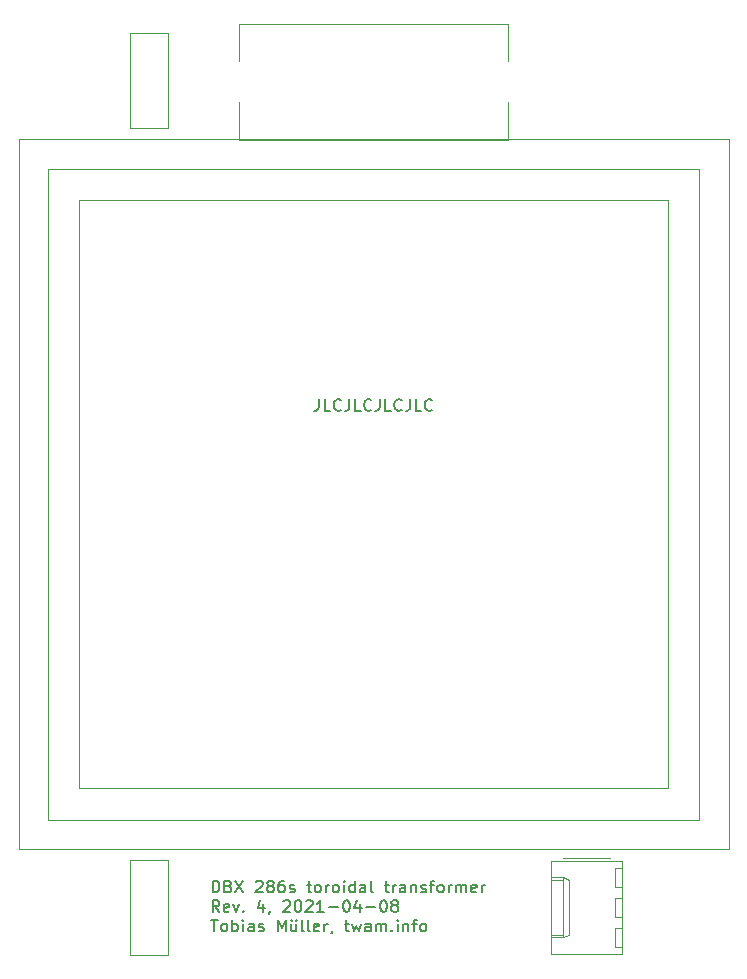
<source format=gbr>
%TF.GenerationSoftware,KiCad,Pcbnew,(5.1.9-0-10_14)*%
%TF.CreationDate,2021-04-08T14:44:04+02:00*%
%TF.ProjectId,Transformer-DBX286s,5472616e-7366-46f7-926d-65722d444258,rev?*%
%TF.SameCoordinates,Original*%
%TF.FileFunction,Legend,Top*%
%TF.FilePolarity,Positive*%
%FSLAX46Y46*%
G04 Gerber Fmt 4.6, Leading zero omitted, Abs format (unit mm)*
G04 Created by KiCad (PCBNEW (5.1.9-0-10_14)) date 2021-04-08 14:44:04*
%MOMM*%
%LPD*%
G01*
G04 APERTURE LIST*
%ADD10C,0.150000*%
%ADD11C,0.120000*%
G04 APERTURE END LIST*
D10*
X136365595Y-133727380D02*
X136365595Y-132727380D01*
X136603690Y-132727380D01*
X136746547Y-132775000D01*
X136841785Y-132870238D01*
X136889404Y-132965476D01*
X136937023Y-133155952D01*
X136937023Y-133298809D01*
X136889404Y-133489285D01*
X136841785Y-133584523D01*
X136746547Y-133679761D01*
X136603690Y-133727380D01*
X136365595Y-133727380D01*
X137698928Y-133203571D02*
X137841785Y-133251190D01*
X137889404Y-133298809D01*
X137937023Y-133394047D01*
X137937023Y-133536904D01*
X137889404Y-133632142D01*
X137841785Y-133679761D01*
X137746547Y-133727380D01*
X137365595Y-133727380D01*
X137365595Y-132727380D01*
X137698928Y-132727380D01*
X137794166Y-132775000D01*
X137841785Y-132822619D01*
X137889404Y-132917857D01*
X137889404Y-133013095D01*
X137841785Y-133108333D01*
X137794166Y-133155952D01*
X137698928Y-133203571D01*
X137365595Y-133203571D01*
X138270357Y-132727380D02*
X138937023Y-133727380D01*
X138937023Y-132727380D02*
X138270357Y-133727380D01*
X140032261Y-132822619D02*
X140079880Y-132775000D01*
X140175119Y-132727380D01*
X140413214Y-132727380D01*
X140508452Y-132775000D01*
X140556071Y-132822619D01*
X140603690Y-132917857D01*
X140603690Y-133013095D01*
X140556071Y-133155952D01*
X139984642Y-133727380D01*
X140603690Y-133727380D01*
X141175119Y-133155952D02*
X141079880Y-133108333D01*
X141032261Y-133060714D01*
X140984642Y-132965476D01*
X140984642Y-132917857D01*
X141032261Y-132822619D01*
X141079880Y-132775000D01*
X141175119Y-132727380D01*
X141365595Y-132727380D01*
X141460833Y-132775000D01*
X141508452Y-132822619D01*
X141556071Y-132917857D01*
X141556071Y-132965476D01*
X141508452Y-133060714D01*
X141460833Y-133108333D01*
X141365595Y-133155952D01*
X141175119Y-133155952D01*
X141079880Y-133203571D01*
X141032261Y-133251190D01*
X140984642Y-133346428D01*
X140984642Y-133536904D01*
X141032261Y-133632142D01*
X141079880Y-133679761D01*
X141175119Y-133727380D01*
X141365595Y-133727380D01*
X141460833Y-133679761D01*
X141508452Y-133632142D01*
X141556071Y-133536904D01*
X141556071Y-133346428D01*
X141508452Y-133251190D01*
X141460833Y-133203571D01*
X141365595Y-133155952D01*
X142413214Y-132727380D02*
X142222738Y-132727380D01*
X142127500Y-132775000D01*
X142079880Y-132822619D01*
X141984642Y-132965476D01*
X141937023Y-133155952D01*
X141937023Y-133536904D01*
X141984642Y-133632142D01*
X142032261Y-133679761D01*
X142127500Y-133727380D01*
X142317976Y-133727380D01*
X142413214Y-133679761D01*
X142460833Y-133632142D01*
X142508452Y-133536904D01*
X142508452Y-133298809D01*
X142460833Y-133203571D01*
X142413214Y-133155952D01*
X142317976Y-133108333D01*
X142127500Y-133108333D01*
X142032261Y-133155952D01*
X141984642Y-133203571D01*
X141937023Y-133298809D01*
X142889404Y-133679761D02*
X142984642Y-133727380D01*
X143175119Y-133727380D01*
X143270357Y-133679761D01*
X143317976Y-133584523D01*
X143317976Y-133536904D01*
X143270357Y-133441666D01*
X143175119Y-133394047D01*
X143032261Y-133394047D01*
X142937023Y-133346428D01*
X142889404Y-133251190D01*
X142889404Y-133203571D01*
X142937023Y-133108333D01*
X143032261Y-133060714D01*
X143175119Y-133060714D01*
X143270357Y-133108333D01*
X144365595Y-133060714D02*
X144746547Y-133060714D01*
X144508452Y-132727380D02*
X144508452Y-133584523D01*
X144556071Y-133679761D01*
X144651309Y-133727380D01*
X144746547Y-133727380D01*
X145222738Y-133727380D02*
X145127500Y-133679761D01*
X145079880Y-133632142D01*
X145032261Y-133536904D01*
X145032261Y-133251190D01*
X145079880Y-133155952D01*
X145127500Y-133108333D01*
X145222738Y-133060714D01*
X145365595Y-133060714D01*
X145460833Y-133108333D01*
X145508452Y-133155952D01*
X145556071Y-133251190D01*
X145556071Y-133536904D01*
X145508452Y-133632142D01*
X145460833Y-133679761D01*
X145365595Y-133727380D01*
X145222738Y-133727380D01*
X145984642Y-133727380D02*
X145984642Y-133060714D01*
X145984642Y-133251190D02*
X146032261Y-133155952D01*
X146079880Y-133108333D01*
X146175119Y-133060714D01*
X146270357Y-133060714D01*
X146746547Y-133727380D02*
X146651309Y-133679761D01*
X146603690Y-133632142D01*
X146556071Y-133536904D01*
X146556071Y-133251190D01*
X146603690Y-133155952D01*
X146651309Y-133108333D01*
X146746547Y-133060714D01*
X146889404Y-133060714D01*
X146984642Y-133108333D01*
X147032261Y-133155952D01*
X147079880Y-133251190D01*
X147079880Y-133536904D01*
X147032261Y-133632142D01*
X146984642Y-133679761D01*
X146889404Y-133727380D01*
X146746547Y-133727380D01*
X147508452Y-133727380D02*
X147508452Y-133060714D01*
X147508452Y-132727380D02*
X147460833Y-132775000D01*
X147508452Y-132822619D01*
X147556071Y-132775000D01*
X147508452Y-132727380D01*
X147508452Y-132822619D01*
X148413214Y-133727380D02*
X148413214Y-132727380D01*
X148413214Y-133679761D02*
X148317976Y-133727380D01*
X148127500Y-133727380D01*
X148032261Y-133679761D01*
X147984642Y-133632142D01*
X147937023Y-133536904D01*
X147937023Y-133251190D01*
X147984642Y-133155952D01*
X148032261Y-133108333D01*
X148127500Y-133060714D01*
X148317976Y-133060714D01*
X148413214Y-133108333D01*
X149317976Y-133727380D02*
X149317976Y-133203571D01*
X149270357Y-133108333D01*
X149175119Y-133060714D01*
X148984642Y-133060714D01*
X148889404Y-133108333D01*
X149317976Y-133679761D02*
X149222738Y-133727380D01*
X148984642Y-133727380D01*
X148889404Y-133679761D01*
X148841785Y-133584523D01*
X148841785Y-133489285D01*
X148889404Y-133394047D01*
X148984642Y-133346428D01*
X149222738Y-133346428D01*
X149317976Y-133298809D01*
X149937023Y-133727380D02*
X149841785Y-133679761D01*
X149794166Y-133584523D01*
X149794166Y-132727380D01*
X150937023Y-133060714D02*
X151317976Y-133060714D01*
X151079880Y-132727380D02*
X151079880Y-133584523D01*
X151127500Y-133679761D01*
X151222738Y-133727380D01*
X151317976Y-133727380D01*
X151651309Y-133727380D02*
X151651309Y-133060714D01*
X151651309Y-133251190D02*
X151698928Y-133155952D01*
X151746547Y-133108333D01*
X151841785Y-133060714D01*
X151937023Y-133060714D01*
X152698928Y-133727380D02*
X152698928Y-133203571D01*
X152651309Y-133108333D01*
X152556071Y-133060714D01*
X152365595Y-133060714D01*
X152270357Y-133108333D01*
X152698928Y-133679761D02*
X152603690Y-133727380D01*
X152365595Y-133727380D01*
X152270357Y-133679761D01*
X152222738Y-133584523D01*
X152222738Y-133489285D01*
X152270357Y-133394047D01*
X152365595Y-133346428D01*
X152603690Y-133346428D01*
X152698928Y-133298809D01*
X153175119Y-133060714D02*
X153175119Y-133727380D01*
X153175119Y-133155952D02*
X153222738Y-133108333D01*
X153317976Y-133060714D01*
X153460833Y-133060714D01*
X153556071Y-133108333D01*
X153603690Y-133203571D01*
X153603690Y-133727380D01*
X154032261Y-133679761D02*
X154127500Y-133727380D01*
X154317976Y-133727380D01*
X154413214Y-133679761D01*
X154460833Y-133584523D01*
X154460833Y-133536904D01*
X154413214Y-133441666D01*
X154317976Y-133394047D01*
X154175119Y-133394047D01*
X154079880Y-133346428D01*
X154032261Y-133251190D01*
X154032261Y-133203571D01*
X154079880Y-133108333D01*
X154175119Y-133060714D01*
X154317976Y-133060714D01*
X154413214Y-133108333D01*
X154746547Y-133060714D02*
X155127500Y-133060714D01*
X154889404Y-133727380D02*
X154889404Y-132870238D01*
X154937023Y-132775000D01*
X155032261Y-132727380D01*
X155127500Y-132727380D01*
X155603690Y-133727380D02*
X155508452Y-133679761D01*
X155460833Y-133632142D01*
X155413214Y-133536904D01*
X155413214Y-133251190D01*
X155460833Y-133155952D01*
X155508452Y-133108333D01*
X155603690Y-133060714D01*
X155746547Y-133060714D01*
X155841785Y-133108333D01*
X155889404Y-133155952D01*
X155937023Y-133251190D01*
X155937023Y-133536904D01*
X155889404Y-133632142D01*
X155841785Y-133679761D01*
X155746547Y-133727380D01*
X155603690Y-133727380D01*
X156365595Y-133727380D02*
X156365595Y-133060714D01*
X156365595Y-133251190D02*
X156413214Y-133155952D01*
X156460833Y-133108333D01*
X156556071Y-133060714D01*
X156651309Y-133060714D01*
X156984642Y-133727380D02*
X156984642Y-133060714D01*
X156984642Y-133155952D02*
X157032261Y-133108333D01*
X157127500Y-133060714D01*
X157270357Y-133060714D01*
X157365595Y-133108333D01*
X157413214Y-133203571D01*
X157413214Y-133727380D01*
X157413214Y-133203571D02*
X157460833Y-133108333D01*
X157556071Y-133060714D01*
X157698928Y-133060714D01*
X157794166Y-133108333D01*
X157841785Y-133203571D01*
X157841785Y-133727380D01*
X158698928Y-133679761D02*
X158603690Y-133727380D01*
X158413214Y-133727380D01*
X158317976Y-133679761D01*
X158270357Y-133584523D01*
X158270357Y-133203571D01*
X158317976Y-133108333D01*
X158413214Y-133060714D01*
X158603690Y-133060714D01*
X158698928Y-133108333D01*
X158746547Y-133203571D01*
X158746547Y-133298809D01*
X158270357Y-133394047D01*
X159175119Y-133727380D02*
X159175119Y-133060714D01*
X159175119Y-133251190D02*
X159222738Y-133155952D01*
X159270357Y-133108333D01*
X159365595Y-133060714D01*
X159460833Y-133060714D01*
X136937023Y-135377380D02*
X136603690Y-134901190D01*
X136365595Y-135377380D02*
X136365595Y-134377380D01*
X136746547Y-134377380D01*
X136841785Y-134425000D01*
X136889404Y-134472619D01*
X136937023Y-134567857D01*
X136937023Y-134710714D01*
X136889404Y-134805952D01*
X136841785Y-134853571D01*
X136746547Y-134901190D01*
X136365595Y-134901190D01*
X137746547Y-135329761D02*
X137651309Y-135377380D01*
X137460833Y-135377380D01*
X137365595Y-135329761D01*
X137317976Y-135234523D01*
X137317976Y-134853571D01*
X137365595Y-134758333D01*
X137460833Y-134710714D01*
X137651309Y-134710714D01*
X137746547Y-134758333D01*
X137794166Y-134853571D01*
X137794166Y-134948809D01*
X137317976Y-135044047D01*
X138127500Y-134710714D02*
X138365595Y-135377380D01*
X138603690Y-134710714D01*
X138984642Y-135282142D02*
X139032261Y-135329761D01*
X138984642Y-135377380D01*
X138937023Y-135329761D01*
X138984642Y-135282142D01*
X138984642Y-135377380D01*
X140651309Y-134710714D02*
X140651309Y-135377380D01*
X140413214Y-134329761D02*
X140175119Y-135044047D01*
X140794166Y-135044047D01*
X141222738Y-135329761D02*
X141222738Y-135377380D01*
X141175119Y-135472619D01*
X141127500Y-135520238D01*
X142365595Y-134472619D02*
X142413214Y-134425000D01*
X142508452Y-134377380D01*
X142746547Y-134377380D01*
X142841785Y-134425000D01*
X142889404Y-134472619D01*
X142937023Y-134567857D01*
X142937023Y-134663095D01*
X142889404Y-134805952D01*
X142317976Y-135377380D01*
X142937023Y-135377380D01*
X143556071Y-134377380D02*
X143651309Y-134377380D01*
X143746547Y-134425000D01*
X143794166Y-134472619D01*
X143841785Y-134567857D01*
X143889404Y-134758333D01*
X143889404Y-134996428D01*
X143841785Y-135186904D01*
X143794166Y-135282142D01*
X143746547Y-135329761D01*
X143651309Y-135377380D01*
X143556071Y-135377380D01*
X143460833Y-135329761D01*
X143413214Y-135282142D01*
X143365595Y-135186904D01*
X143317976Y-134996428D01*
X143317976Y-134758333D01*
X143365595Y-134567857D01*
X143413214Y-134472619D01*
X143460833Y-134425000D01*
X143556071Y-134377380D01*
X144270357Y-134472619D02*
X144317976Y-134425000D01*
X144413214Y-134377380D01*
X144651309Y-134377380D01*
X144746547Y-134425000D01*
X144794166Y-134472619D01*
X144841785Y-134567857D01*
X144841785Y-134663095D01*
X144794166Y-134805952D01*
X144222738Y-135377380D01*
X144841785Y-135377380D01*
X145794166Y-135377380D02*
X145222738Y-135377380D01*
X145508452Y-135377380D02*
X145508452Y-134377380D01*
X145413214Y-134520238D01*
X145317976Y-134615476D01*
X145222738Y-134663095D01*
X146222738Y-134996428D02*
X146984642Y-134996428D01*
X147651309Y-134377380D02*
X147746547Y-134377380D01*
X147841785Y-134425000D01*
X147889404Y-134472619D01*
X147937023Y-134567857D01*
X147984642Y-134758333D01*
X147984642Y-134996428D01*
X147937023Y-135186904D01*
X147889404Y-135282142D01*
X147841785Y-135329761D01*
X147746547Y-135377380D01*
X147651309Y-135377380D01*
X147556071Y-135329761D01*
X147508452Y-135282142D01*
X147460833Y-135186904D01*
X147413214Y-134996428D01*
X147413214Y-134758333D01*
X147460833Y-134567857D01*
X147508452Y-134472619D01*
X147556071Y-134425000D01*
X147651309Y-134377380D01*
X148841785Y-134710714D02*
X148841785Y-135377380D01*
X148603690Y-134329761D02*
X148365595Y-135044047D01*
X148984642Y-135044047D01*
X149365595Y-134996428D02*
X150127500Y-134996428D01*
X150794166Y-134377380D02*
X150889404Y-134377380D01*
X150984642Y-134425000D01*
X151032261Y-134472619D01*
X151079880Y-134567857D01*
X151127500Y-134758333D01*
X151127500Y-134996428D01*
X151079880Y-135186904D01*
X151032261Y-135282142D01*
X150984642Y-135329761D01*
X150889404Y-135377380D01*
X150794166Y-135377380D01*
X150698928Y-135329761D01*
X150651309Y-135282142D01*
X150603690Y-135186904D01*
X150556071Y-134996428D01*
X150556071Y-134758333D01*
X150603690Y-134567857D01*
X150651309Y-134472619D01*
X150698928Y-134425000D01*
X150794166Y-134377380D01*
X151698928Y-134805952D02*
X151603690Y-134758333D01*
X151556071Y-134710714D01*
X151508452Y-134615476D01*
X151508452Y-134567857D01*
X151556071Y-134472619D01*
X151603690Y-134425000D01*
X151698928Y-134377380D01*
X151889404Y-134377380D01*
X151984642Y-134425000D01*
X152032261Y-134472619D01*
X152079880Y-134567857D01*
X152079880Y-134615476D01*
X152032261Y-134710714D01*
X151984642Y-134758333D01*
X151889404Y-134805952D01*
X151698928Y-134805952D01*
X151603690Y-134853571D01*
X151556071Y-134901190D01*
X151508452Y-134996428D01*
X151508452Y-135186904D01*
X151556071Y-135282142D01*
X151603690Y-135329761D01*
X151698928Y-135377380D01*
X151889404Y-135377380D01*
X151984642Y-135329761D01*
X152032261Y-135282142D01*
X152079880Y-135186904D01*
X152079880Y-134996428D01*
X152032261Y-134901190D01*
X151984642Y-134853571D01*
X151889404Y-134805952D01*
X136222738Y-136027380D02*
X136794166Y-136027380D01*
X136508452Y-137027380D02*
X136508452Y-136027380D01*
X137270357Y-137027380D02*
X137175119Y-136979761D01*
X137127500Y-136932142D01*
X137079880Y-136836904D01*
X137079880Y-136551190D01*
X137127500Y-136455952D01*
X137175119Y-136408333D01*
X137270357Y-136360714D01*
X137413214Y-136360714D01*
X137508452Y-136408333D01*
X137556071Y-136455952D01*
X137603690Y-136551190D01*
X137603690Y-136836904D01*
X137556071Y-136932142D01*
X137508452Y-136979761D01*
X137413214Y-137027380D01*
X137270357Y-137027380D01*
X138032261Y-137027380D02*
X138032261Y-136027380D01*
X138032261Y-136408333D02*
X138127500Y-136360714D01*
X138317976Y-136360714D01*
X138413214Y-136408333D01*
X138460833Y-136455952D01*
X138508452Y-136551190D01*
X138508452Y-136836904D01*
X138460833Y-136932142D01*
X138413214Y-136979761D01*
X138317976Y-137027380D01*
X138127500Y-137027380D01*
X138032261Y-136979761D01*
X138937023Y-137027380D02*
X138937023Y-136360714D01*
X138937023Y-136027380D02*
X138889404Y-136075000D01*
X138937023Y-136122619D01*
X138984642Y-136075000D01*
X138937023Y-136027380D01*
X138937023Y-136122619D01*
X139841785Y-137027380D02*
X139841785Y-136503571D01*
X139794166Y-136408333D01*
X139698928Y-136360714D01*
X139508452Y-136360714D01*
X139413214Y-136408333D01*
X139841785Y-136979761D02*
X139746547Y-137027380D01*
X139508452Y-137027380D01*
X139413214Y-136979761D01*
X139365595Y-136884523D01*
X139365595Y-136789285D01*
X139413214Y-136694047D01*
X139508452Y-136646428D01*
X139746547Y-136646428D01*
X139841785Y-136598809D01*
X140270357Y-136979761D02*
X140365595Y-137027380D01*
X140556071Y-137027380D01*
X140651309Y-136979761D01*
X140698928Y-136884523D01*
X140698928Y-136836904D01*
X140651309Y-136741666D01*
X140556071Y-136694047D01*
X140413214Y-136694047D01*
X140317976Y-136646428D01*
X140270357Y-136551190D01*
X140270357Y-136503571D01*
X140317976Y-136408333D01*
X140413214Y-136360714D01*
X140556071Y-136360714D01*
X140651309Y-136408333D01*
X141889404Y-137027380D02*
X141889404Y-136027380D01*
X142222738Y-136741666D01*
X142556071Y-136027380D01*
X142556071Y-137027380D01*
X143460833Y-136360714D02*
X143460833Y-137027380D01*
X143032261Y-136360714D02*
X143032261Y-136884523D01*
X143079880Y-136979761D01*
X143175119Y-137027380D01*
X143317976Y-137027380D01*
X143413214Y-136979761D01*
X143460833Y-136932142D01*
X143079880Y-136027380D02*
X143127500Y-136075000D01*
X143079880Y-136122619D01*
X143032261Y-136075000D01*
X143079880Y-136027380D01*
X143079880Y-136122619D01*
X143460833Y-136027380D02*
X143508452Y-136075000D01*
X143460833Y-136122619D01*
X143413214Y-136075000D01*
X143460833Y-136027380D01*
X143460833Y-136122619D01*
X144079880Y-137027380D02*
X143984642Y-136979761D01*
X143937023Y-136884523D01*
X143937023Y-136027380D01*
X144603690Y-137027380D02*
X144508452Y-136979761D01*
X144460833Y-136884523D01*
X144460833Y-136027380D01*
X145365595Y-136979761D02*
X145270357Y-137027380D01*
X145079880Y-137027380D01*
X144984642Y-136979761D01*
X144937023Y-136884523D01*
X144937023Y-136503571D01*
X144984642Y-136408333D01*
X145079880Y-136360714D01*
X145270357Y-136360714D01*
X145365595Y-136408333D01*
X145413214Y-136503571D01*
X145413214Y-136598809D01*
X144937023Y-136694047D01*
X145841785Y-137027380D02*
X145841785Y-136360714D01*
X145841785Y-136551190D02*
X145889404Y-136455952D01*
X145937023Y-136408333D01*
X146032261Y-136360714D01*
X146127500Y-136360714D01*
X146508452Y-136979761D02*
X146508452Y-137027380D01*
X146460833Y-137122619D01*
X146413214Y-137170238D01*
X147556071Y-136360714D02*
X147937023Y-136360714D01*
X147698928Y-136027380D02*
X147698928Y-136884523D01*
X147746547Y-136979761D01*
X147841785Y-137027380D01*
X147937023Y-137027380D01*
X148175119Y-136360714D02*
X148365595Y-137027380D01*
X148556071Y-136551190D01*
X148746547Y-137027380D01*
X148937023Y-136360714D01*
X149746547Y-137027380D02*
X149746547Y-136503571D01*
X149698928Y-136408333D01*
X149603690Y-136360714D01*
X149413214Y-136360714D01*
X149317976Y-136408333D01*
X149746547Y-136979761D02*
X149651309Y-137027380D01*
X149413214Y-137027380D01*
X149317976Y-136979761D01*
X149270357Y-136884523D01*
X149270357Y-136789285D01*
X149317976Y-136694047D01*
X149413214Y-136646428D01*
X149651309Y-136646428D01*
X149746547Y-136598809D01*
X150222738Y-137027380D02*
X150222738Y-136360714D01*
X150222738Y-136455952D02*
X150270357Y-136408333D01*
X150365595Y-136360714D01*
X150508452Y-136360714D01*
X150603690Y-136408333D01*
X150651309Y-136503571D01*
X150651309Y-137027380D01*
X150651309Y-136503571D02*
X150698928Y-136408333D01*
X150794166Y-136360714D01*
X150937023Y-136360714D01*
X151032261Y-136408333D01*
X151079880Y-136503571D01*
X151079880Y-137027380D01*
X151556071Y-136932142D02*
X151603690Y-136979761D01*
X151556071Y-137027380D01*
X151508452Y-136979761D01*
X151556071Y-136932142D01*
X151556071Y-137027380D01*
X152032261Y-137027380D02*
X152032261Y-136360714D01*
X152032261Y-136027380D02*
X151984642Y-136075000D01*
X152032261Y-136122619D01*
X152079880Y-136075000D01*
X152032261Y-136027380D01*
X152032261Y-136122619D01*
X152508452Y-136360714D02*
X152508452Y-137027380D01*
X152508452Y-136455952D02*
X152556071Y-136408333D01*
X152651309Y-136360714D01*
X152794166Y-136360714D01*
X152889404Y-136408333D01*
X152937023Y-136503571D01*
X152937023Y-137027380D01*
X153270357Y-136360714D02*
X153651309Y-136360714D01*
X153413214Y-137027380D02*
X153413214Y-136170238D01*
X153460833Y-136075000D01*
X153556071Y-136027380D01*
X153651309Y-136027380D01*
X154127500Y-137027380D02*
X154032261Y-136979761D01*
X153984642Y-136932142D01*
X153937023Y-136836904D01*
X153937023Y-136551190D01*
X153984642Y-136455952D01*
X154032261Y-136408333D01*
X154127500Y-136360714D01*
X154270357Y-136360714D01*
X154365595Y-136408333D01*
X154413214Y-136455952D01*
X154460833Y-136551190D01*
X154460833Y-136836904D01*
X154413214Y-136932142D01*
X154365595Y-136979761D01*
X154270357Y-137027380D01*
X154127500Y-137027380D01*
X145380952Y-91952380D02*
X145380952Y-92666666D01*
X145333333Y-92809523D01*
X145238095Y-92904761D01*
X145095238Y-92952380D01*
X145000000Y-92952380D01*
X146333333Y-92952380D02*
X145857142Y-92952380D01*
X145857142Y-91952380D01*
X147238095Y-92857142D02*
X147190476Y-92904761D01*
X147047619Y-92952380D01*
X146952380Y-92952380D01*
X146809523Y-92904761D01*
X146714285Y-92809523D01*
X146666666Y-92714285D01*
X146619047Y-92523809D01*
X146619047Y-92380952D01*
X146666666Y-92190476D01*
X146714285Y-92095238D01*
X146809523Y-92000000D01*
X146952380Y-91952380D01*
X147047619Y-91952380D01*
X147190476Y-92000000D01*
X147238095Y-92047619D01*
X147952380Y-91952380D02*
X147952380Y-92666666D01*
X147904761Y-92809523D01*
X147809523Y-92904761D01*
X147666666Y-92952380D01*
X147571428Y-92952380D01*
X148904761Y-92952380D02*
X148428571Y-92952380D01*
X148428571Y-91952380D01*
X149809523Y-92857142D02*
X149761904Y-92904761D01*
X149619047Y-92952380D01*
X149523809Y-92952380D01*
X149380952Y-92904761D01*
X149285714Y-92809523D01*
X149238095Y-92714285D01*
X149190476Y-92523809D01*
X149190476Y-92380952D01*
X149238095Y-92190476D01*
X149285714Y-92095238D01*
X149380952Y-92000000D01*
X149523809Y-91952380D01*
X149619047Y-91952380D01*
X149761904Y-92000000D01*
X149809523Y-92047619D01*
X150523809Y-91952380D02*
X150523809Y-92666666D01*
X150476190Y-92809523D01*
X150380952Y-92904761D01*
X150238095Y-92952380D01*
X150142857Y-92952380D01*
X151476190Y-92952380D02*
X151000000Y-92952380D01*
X151000000Y-91952380D01*
X152380952Y-92857142D02*
X152333333Y-92904761D01*
X152190476Y-92952380D01*
X152095238Y-92952380D01*
X151952380Y-92904761D01*
X151857142Y-92809523D01*
X151809523Y-92714285D01*
X151761904Y-92523809D01*
X151761904Y-92380952D01*
X151809523Y-92190476D01*
X151857142Y-92095238D01*
X151952380Y-92000000D01*
X152095238Y-91952380D01*
X152190476Y-91952380D01*
X152333333Y-92000000D01*
X152380952Y-92047619D01*
X153095238Y-91952380D02*
X153095238Y-92666666D01*
X153047619Y-92809523D01*
X152952380Y-92904761D01*
X152809523Y-92952380D01*
X152714285Y-92952380D01*
X154047619Y-92952380D02*
X153571428Y-92952380D01*
X153571428Y-91952380D01*
X154952380Y-92857142D02*
X154904761Y-92904761D01*
X154761904Y-92952380D01*
X154666666Y-92952380D01*
X154523809Y-92904761D01*
X154428571Y-92809523D01*
X154380952Y-92714285D01*
X154333333Y-92523809D01*
X154333333Y-92380952D01*
X154380952Y-92190476D01*
X154428571Y-92095238D01*
X154523809Y-92000000D01*
X154666666Y-91952380D01*
X154761904Y-91952380D01*
X154904761Y-92000000D01*
X154952380Y-92047619D01*
D11*
%TO.C,J3*%
X171030000Y-131080000D02*
X165010000Y-131080000D01*
X165010000Y-131080000D02*
X165010000Y-138920000D01*
X165010000Y-138920000D02*
X171030000Y-138920000D01*
X171030000Y-138920000D02*
X171030000Y-131080000D01*
X170000000Y-130790000D02*
X166000000Y-130790000D01*
X165010000Y-132460000D02*
X166010000Y-132460000D01*
X166010000Y-132460000D02*
X166010000Y-137540000D01*
X166010000Y-137540000D02*
X165010000Y-137540000D01*
X166010000Y-132460000D02*
X166540000Y-132710000D01*
X166540000Y-132710000D02*
X166540000Y-137290000D01*
X166540000Y-137290000D02*
X166010000Y-137540000D01*
X165010000Y-132710000D02*
X166010000Y-132710000D01*
X165010000Y-137290000D02*
X166010000Y-137290000D01*
X171030000Y-131660000D02*
X170430000Y-131660000D01*
X170430000Y-131660000D02*
X170430000Y-133260000D01*
X170430000Y-133260000D02*
X171030000Y-133260000D01*
X171030000Y-134200000D02*
X170430000Y-134200000D01*
X170430000Y-134200000D02*
X170430000Y-135800000D01*
X170430000Y-135800000D02*
X171030000Y-135800000D01*
X171030000Y-136740000D02*
X170430000Y-136740000D01*
X170430000Y-136740000D02*
X170430000Y-138340000D01*
X170430000Y-138340000D02*
X171030000Y-138340000D01*
%TO.C,J2*%
X129400000Y-130980000D02*
X129400000Y-139020000D01*
X132600000Y-130980000D02*
X129400000Y-130980000D01*
X132600000Y-139020000D02*
X132600000Y-130980000D01*
X129400000Y-139020000D02*
X132600000Y-139020000D01*
%TO.C,T2*%
X177560000Y-72440000D02*
X122440000Y-72440000D01*
X177560000Y-127560000D02*
X177560000Y-72440000D01*
X122440000Y-127560000D02*
X177560000Y-127560000D01*
X122440000Y-72440000D02*
X122440000Y-127560000D01*
%TO.C,T3*%
X174910000Y-75090000D02*
X125090000Y-75090000D01*
X174910000Y-124910000D02*
X174910000Y-75090000D01*
X125090000Y-124910000D02*
X174910000Y-124910000D01*
X125090000Y-75090000D02*
X125090000Y-124910000D01*
%TO.C,F1*%
X161360000Y-60165000D02*
X161360000Y-63325000D01*
X161360000Y-60165000D02*
X138640000Y-60165000D01*
X161360000Y-69985000D02*
X138640000Y-69985000D01*
X161360000Y-66825000D02*
X161360000Y-69985000D01*
X138640000Y-66825000D02*
X138640000Y-69985000D01*
X138640000Y-60165000D02*
X138640000Y-63325000D01*
%TO.C,T1*%
X180060000Y-69940000D02*
X119940000Y-69940000D01*
X180060000Y-130060000D02*
X180060000Y-69940000D01*
X119940000Y-130060000D02*
X180060000Y-130060000D01*
X119940000Y-69940000D02*
X119940000Y-130060000D01*
%TO.C,J1*%
X132600000Y-69020000D02*
X132600000Y-60980000D01*
X129400000Y-69020000D02*
X132600000Y-69020000D01*
X129400000Y-60980000D02*
X129400000Y-69020000D01*
X132600000Y-60980000D02*
X129400000Y-60980000D01*
%TD*%
M02*

</source>
